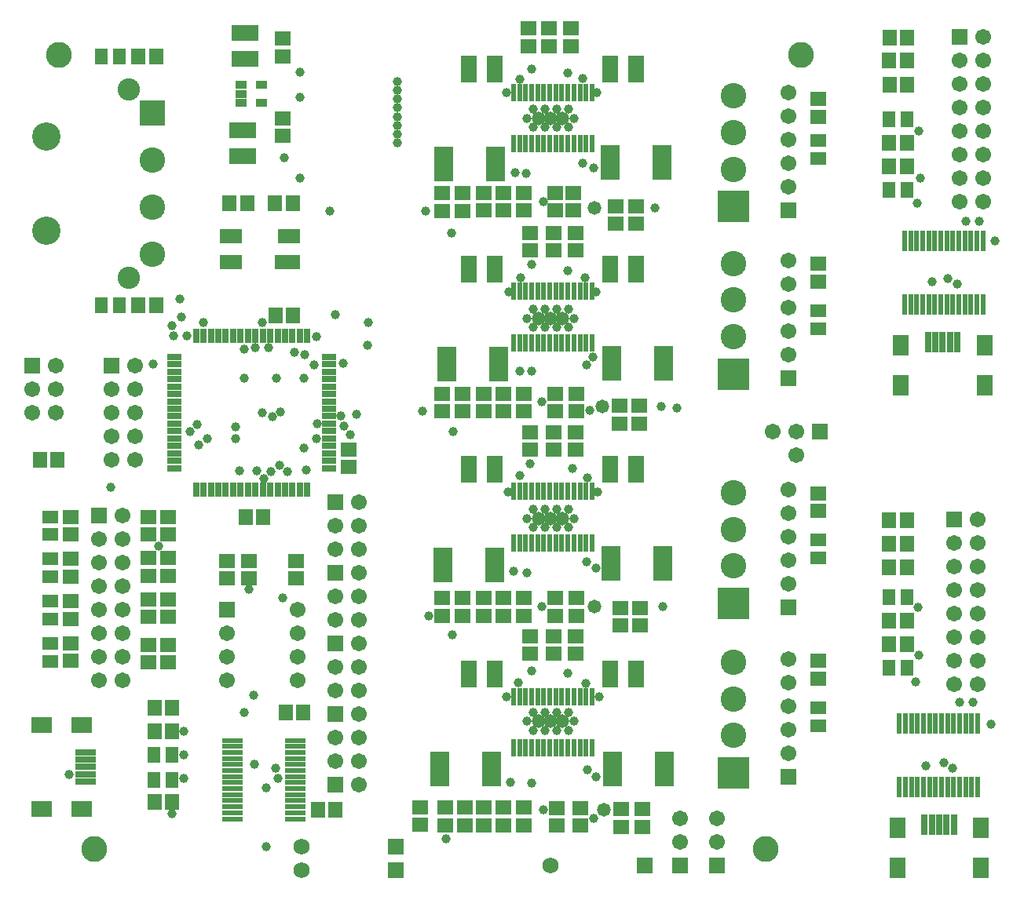
<source format=gbr>
G04 DipTrace 2.1.0.0*
%INTop Mask.gbr*%
%MOIN*%
%ADD10C,0.01*%
%ADD11C,0.006*%
%ADD12C,0.003*%
%ADD13C,0.016*%
%ADD14C,0.008*%
%ADD15C,0.039*%
%ADD16C,0.012*%
%ADD17C,0.02*%
%ADD18C,0.06*%
%ADD19C,0.15*%
%ADD20C,0.05*%
%ADD21C,0.125*%
%ADD22C,0.1*%
%ADD23C,0.025*%
%ADD24C,0.013*%
%ADD25R,0.1063X0.063*%
%ADD26R,0.0591X0.0512*%
%ADD27R,0.0512X0.0591*%
%ADD28R,0.063X0.1063*%
%ADD29R,0.05X0.06*%
%ADD30R,0.06X0.05*%
%ADD31R,0.1X0.1*%
%ADD32R,0.0591X0.0591*%
%ADD33C,0.0591*%
%ADD34R,0.0827X0.0197*%
%ADD35R,0.0827X0.0591*%
%ADD36R,0.125X0.125*%
%ADD37C,0.1*%
%ADD38R,0.06X0.06*%
%ADD39R,0.071X0.14*%
%ADD40R,0.0551X0.0177*%
%ADD41R,0.0177X0.0551*%
%ADD42R,0.04X0.025*%
%ADD43R,0.012X0.065*%
%ADD44R,0.0827X0.0157*%
%ADD45R,0.09X0.056*%
%ADD46R,0.1X0.056*%
%ADD47R,0.0197X0.0827*%
%ADD48R,0.0591X0.0827*%
%ADD49R,0.0157X0.0827*%
%ADD50C,0.031*%
%ADD51C,0.019*%
%ADD52C,0.035*%
%ADD53C,0.095*%
%ADD54C,0.12*%
%ADD55C,0.11*%
%ADD56C,0.067*%
%ADD57C,0.0354*%
%ADD58C,0.063*%
%ADD59C,0.038*%
%ADD60C,0.023*%
%ADD61C,0.058*%
%ADD62C,0.042*%
%ADD63R,0.0237X0.0907*%
%ADD64R,0.0077X0.0747*%
%ADD65R,0.0671X0.0907*%
%ADD66R,0.0511X0.0747*%
%ADD67R,0.0277X0.0907*%
%ADD68R,0.0117X0.0747*%
%ADD69R,0.108X0.064*%
%ADD70R,0.092X0.048*%
%ADD71R,0.098X0.064*%
%ADD72R,0.082X0.048*%
%ADD73R,0.0907X0.0237*%
%ADD74R,0.0747X0.0077*%
%ADD75R,0.02X0.073*%
%ADD76R,0.004X0.057*%
%ADD77R,0.048X0.033*%
%ADD78R,0.032X0.017*%
%ADD79R,0.0257X0.0631*%
%ADD80R,0.0097X0.0471*%
%ADD81R,0.0631X0.0257*%
%ADD82R,0.0471X0.0097*%
%ADD83R,0.079X0.148*%
%ADD84R,0.063X0.132*%
%ADD85R,0.068X0.068*%
%ADD86R,0.052X0.052*%
%ADD87C,0.068*%
%ADD88C,0.052*%
%ADD89C,0.108*%
%ADD90C,0.092*%
%ADD91R,0.133X0.133*%
%ADD92R,0.117X0.117*%
%ADD93R,0.0907X0.0671*%
%ADD94R,0.0747X0.0511*%
%ADD95R,0.0907X0.0277*%
%ADD96R,0.0747X0.0117*%
%ADD97C,0.0671*%
%ADD98C,0.0511*%
%ADD99R,0.0671X0.0671*%
%ADD100R,0.0511X0.0511*%
%ADD101C,0.108*%
%ADD102C,0.092*%
%ADD103R,0.108X0.108*%
%ADD104R,0.092X0.092*%
%ADD105R,0.068X0.058*%
%ADD106R,0.052X0.042*%
%ADD107R,0.058X0.068*%
%ADD108R,0.042X0.052*%
%ADD109R,0.071X0.1143*%
%ADD110R,0.055X0.0983*%
%ADD111R,0.0592X0.0671*%
%ADD112R,0.0432X0.0511*%
%ADD113R,0.0671X0.0592*%
%ADD114R,0.0511X0.0432*%
%ADD115R,0.1143X0.071*%
%ADD116R,0.0983X0.055*%
%ADD117C,0.0062*%
%ADD118C,0.0124*%
%ADD119C,0.0077*%
%FSLAX44Y44*%
%SFA1B1*%
%OFA0B0*%
G04*
G70*
G90*
G75*
G01*
%LNTopMask*%
%LPD*%
D15*
X11065Y29315D3*
X20315Y37065D3*
X15503Y35315D3*
X10190Y18815D3*
X6378Y9127D3*
X14003Y17002D3*
X10190Y18815D3*
X28480Y24580D3*
X32190Y24690D3*
X24960Y38090D3*
X25040Y29630D3*
X28753D3*
X25040D3*
X28815Y21127D3*
X25003D3*
X28878Y12433D3*
X24940D3*
X28815Y21127D3*
X28780Y38090D3*
X24960D3*
X12253Y23377D3*
X14753Y6065D3*
Y8565D3*
X8128Y21315D3*
X14753Y8565D3*
Y6065D3*
X26503Y33440D3*
D61*
X28690Y33190D3*
D15*
X31252D3*
X26440Y24940D3*
D61*
X29003Y24752D3*
D15*
X31503D3*
X26503Y7627D3*
D61*
X29065D3*
D15*
X26440Y16252D3*
D61*
X28690D3*
D15*
X31565D3*
X25775Y34665D3*
X26014Y39076D3*
X11503Y23690D3*
X11815Y24002D3*
X11878Y23127D3*
X25815Y17690D3*
X13815Y27190D3*
X14270Y27250D3*
X26014Y30794D3*
X45690Y31779D3*
X26014Y26246D3*
X13815Y11752D3*
X14253Y9550D3*
X26014Y8746D3*
X25940Y22315D3*
X15128Y9377D3*
X11260Y9970D3*
X15260Y8950D3*
X11253Y8940D3*
X13810Y25940D3*
X14340Y22010D3*
X16350Y22980D3*
X13626Y22010D3*
X28190Y38690D3*
X25510Y38670D3*
X28270Y30220D3*
X25540D3*
X28390Y21720D3*
X25502Y21815D3*
X28315Y13002D3*
X25460Y13020D3*
X16350Y25940D3*
X15180D3*
X10751Y7440D3*
X11253Y10940D3*
X14220Y12502D3*
X25510Y38670D3*
X28628Y7252D3*
X21508Y33065D3*
X17440D3*
X22378Y6377D3*
X25460Y13020D3*
X21660Y15840D3*
X21390Y24540D3*
X18565Y24435D3*
X44065Y29940D3*
X42378Y33377D3*
X43690Y30190D3*
X42440Y36440D3*
X45503Y11252D3*
X26014Y13514D3*
X43878Y9377D3*
X42315Y13065D3*
X43503Y9627D3*
X42399Y16211D3*
X44753Y12190D3*
X45003Y32627D3*
X42503Y34440D3*
X44440Y32627D3*
X43003Y30065D3*
X42431Y14190D3*
X44176Y12190D3*
X42753Y9502D3*
X27540Y38910D3*
X11128Y28565D3*
X25315Y34690D3*
X12065Y28315D3*
X10753Y28190D3*
X16190Y34440D3*
Y37877D3*
Y38940D3*
X28628Y34877D3*
X11378Y27752D3*
X28190Y35080D3*
X10815Y27752D3*
X13440Y23877D3*
Y23378D3*
X27549Y13429D3*
X14628Y21690D3*
X25110Y8780D3*
X14940Y22002D3*
X22628Y15065D3*
X15315Y22252D3*
X28750Y9020D3*
X15628Y22002D3*
X28390Y9320D3*
X16440Y22065D3*
X15440Y16627D3*
X27740Y22130D3*
X18315Y23565D3*
X25253Y17752D3*
X16880Y23390D3*
X22690Y23690D3*
X18060Y23920D3*
X28753Y17878D3*
X16910Y24020D3*
X28342Y18162D3*
X17920Y24360D3*
X15346Y24534D3*
X15003Y24315D3*
X14590Y24480D3*
X27550Y30510D3*
X18000Y26600D3*
X25500Y26250D3*
X16787Y26530D3*
X22626Y32125D3*
X17680Y28660D3*
X28620Y26860D3*
X16880Y27710D3*
X28350Y26530D3*
X16378Y26940D3*
X9940Y26565D3*
X15940Y27065D3*
X14850Y27250D3*
X19060Y27350D3*
X14580Y28315D3*
X19065D3*
D61*
X26815Y37000D3*
X27315D3*
D15*
X27815D3*
D61*
X26815Y28500D3*
X26315Y37000D3*
D15*
X25815D3*
D61*
X27315Y28500D3*
D15*
X26565Y37375D3*
X27065D3*
X27565D3*
X27815Y28500D3*
X26065Y37375D3*
D61*
X26315Y28500D3*
D15*
X25815D3*
X26065Y36625D3*
X26565D3*
X27065D3*
X27565D3*
X27065Y28875D3*
X27565D3*
X26565D3*
X26065D3*
X26565Y28125D3*
X27065D3*
X27565D3*
X26065D3*
D61*
X26815Y20000D3*
X27315D3*
D15*
X27815D3*
D61*
X26315D3*
D15*
X25815D3*
X27065Y20375D3*
X27565D3*
X26565D3*
X26065D3*
Y19625D3*
X26565D3*
X27065D3*
X27565D3*
D61*
X26815Y11375D3*
X27315D3*
D15*
X27815D3*
D61*
X26315D3*
D15*
X25815D3*
X26565Y11750D3*
X27065D3*
X27565D3*
X26065D3*
X26565Y11000D3*
X27065D3*
X27565D3*
X26065D3*
X20315Y37440D3*
Y37815D3*
Y38190D3*
Y38565D3*
Y36690D3*
Y36315D3*
Y35940D3*
D115*
X13753Y35377D3*
Y36480D3*
X13851Y39511D3*
Y40613D3*
D113*
X15438Y36998D3*
Y36250D3*
D111*
X14626Y20062D3*
X13877D3*
D113*
X15441Y39626D3*
Y40374D3*
X18239Y22934D3*
Y22186D3*
D111*
X15138Y28625D3*
X15886D3*
X13189Y33374D3*
X13937D3*
X15874D3*
X15126D3*
X16941Y7627D3*
X17689D3*
X15566Y11751D3*
X16314D3*
X10002Y11939D3*
X10750D3*
D113*
X16000Y17446D3*
Y18194D3*
D109*
X24441Y39090D3*
X23339D3*
X29339D3*
X30441D3*
D113*
X27693Y40066D3*
Y40814D3*
X26747Y40066D3*
Y40814D3*
X25875D3*
Y40066D3*
X23965Y33078D3*
Y33827D3*
X25692Y33078D3*
Y33827D3*
X27778Y33078D3*
Y33827D3*
D109*
X24441Y30590D3*
X23339D3*
X29339D3*
X30441D3*
D113*
X27880Y31373D3*
Y32122D3*
X26935Y31373D3*
Y32122D3*
X25937D3*
Y31373D3*
X23970Y24556D3*
Y25304D3*
X25690Y24556D3*
Y25304D3*
X27900Y24556D3*
Y25304D3*
D109*
X24441Y22090D3*
X23339D3*
X29339D3*
X30441D3*
D113*
X27880Y22911D3*
Y23659D3*
X26930Y22911D3*
Y23659D3*
X25940D3*
Y22911D3*
X23970Y15866D3*
Y16614D3*
X25690Y15866D3*
Y16614D3*
X27010Y15866D3*
Y16614D3*
D109*
X24441Y13390D3*
X23339D3*
X29339D3*
X30441D3*
D113*
X27880Y14246D3*
Y14994D3*
X26930Y14246D3*
Y14994D3*
X25940D3*
Y14246D3*
X23970Y6966D3*
Y7714D3*
X25690Y6966D3*
Y7714D3*
X27065Y6940D3*
Y7688D3*
D107*
X7750Y29063D3*
X8510D3*
X7750Y39620D3*
X8510D3*
X9993Y8877D3*
X10753D3*
X9993Y9940D3*
X10753D3*
D105*
X5565Y19310D3*
Y20070D3*
Y17525D3*
Y18285D3*
Y15720D3*
Y16480D3*
Y13935D3*
Y14695D3*
X38190Y35305D3*
Y36065D3*
Y28065D3*
Y28825D3*
Y18315D3*
Y19075D3*
Y11190D3*
Y11950D3*
D103*
X9898Y37221D3*
D101*
Y35221D3*
Y33221D3*
Y31221D3*
D53*
X8898Y38221D3*
Y30221D3*
D54*
X5398Y36221D3*
Y32221D3*
D99*
X4815Y26502D3*
D97*
X5815Y25502D3*
Y24502D3*
Y26502D3*
X4815Y25502D3*
Y24502D3*
D99*
X8190Y26502D3*
D97*
X9190D3*
X8190Y25502D3*
X9190D3*
X8190Y24502D3*
X9190D3*
X8190Y23502D3*
X9190D3*
X8190Y22502D3*
X9190D3*
D95*
X7065Y10065D3*
Y9752D3*
Y9440D3*
Y9127D3*
Y8815D3*
D93*
X6908Y7668D3*
X5215D3*
X6908Y11212D3*
X5215D3*
D99*
X32315Y5253D3*
D97*
Y6253D3*
Y7253D3*
D99*
X33874Y5252D3*
D97*
Y6252D3*
Y7252D3*
D99*
X17690Y20690D3*
D97*
X18690Y19690D3*
Y18690D3*
Y20690D3*
X17690Y19690D3*
Y18690D3*
D99*
Y17690D3*
D97*
X18690Y16690D3*
Y15690D3*
Y17690D3*
X17690Y16690D3*
Y15690D3*
D99*
Y14690D3*
D97*
X18690Y13690D3*
Y12690D3*
Y14690D3*
X17690Y13690D3*
Y12690D3*
D99*
Y11690D3*
D97*
X18690Y10690D3*
Y9690D3*
Y11690D3*
X17690Y10690D3*
Y9690D3*
D99*
Y8690D3*
D97*
X18690D3*
D99*
X7628Y20127D3*
D97*
X8628D3*
X7628Y19127D3*
X8628D3*
X7628Y18127D3*
X8628D3*
X7628Y17127D3*
X8628D3*
X7628Y16127D3*
X8628D3*
X7628Y15127D3*
X8628D3*
X7628Y14127D3*
X8628D3*
X7628Y13127D3*
X8628D3*
D91*
X34568Y33248D3*
D89*
Y34838D3*
Y36398D3*
Y37958D3*
D99*
X36900Y33090D3*
D97*
Y34090D3*
Y35090D3*
Y36090D3*
Y37090D3*
Y38090D3*
D91*
X34565Y26125D3*
D89*
Y27715D3*
Y29275D3*
Y30835D3*
D99*
X36900Y25965D3*
D97*
Y26965D3*
Y27965D3*
Y28965D3*
Y29965D3*
Y30965D3*
D91*
X34570Y16383D3*
D89*
Y17973D3*
Y19533D3*
Y21093D3*
D99*
X36900Y16225D3*
D97*
Y17225D3*
Y18225D3*
Y19225D3*
Y20225D3*
Y21225D3*
D91*
X34570Y9188D3*
D89*
Y10778D3*
Y12338D3*
Y13898D3*
D99*
X36900Y9030D3*
D97*
Y10030D3*
Y11030D3*
Y12030D3*
Y13030D3*
Y14030D3*
D99*
X38238Y23685D3*
D97*
X37238D3*
X36238D3*
X37238Y22685D3*
D111*
X9315Y29062D3*
X10063D3*
X9316Y39620D3*
X10064D3*
X5877Y22502D3*
X5129D3*
D113*
X13065Y18190D3*
Y17442D3*
X14003D3*
Y18190D3*
D111*
X10751Y7940D3*
X10003D3*
X10751Y10940D3*
X10003D3*
D113*
X21267Y7738D3*
Y6990D3*
D87*
X16253Y6065D3*
D85*
X20253D3*
D87*
X16253Y5065D3*
D85*
X20253D3*
D87*
X26815Y5253D3*
D85*
X30815D3*
D113*
X9753Y20065D3*
Y19317D3*
X10566Y20064D3*
Y19316D3*
X9753Y18314D3*
Y17566D3*
X10566Y18314D3*
Y17566D3*
X9753Y16564D3*
Y15816D3*
X10566Y16564D3*
Y15816D3*
X9753Y14627D3*
Y13878D3*
X10566Y14627D3*
Y13878D3*
X6440Y20064D3*
Y19316D3*
Y18279D3*
Y17531D3*
Y16474D3*
Y15726D3*
Y14689D3*
Y13941D3*
D83*
X22275Y35050D3*
X24475D3*
X31545Y35135D3*
X29345D3*
D113*
X22210Y33808D3*
Y33060D3*
X23070Y33818D3*
Y33070D3*
X24808Y33827D3*
Y33078D3*
X27015Y33827D3*
Y33078D3*
X29582Y33257D3*
Y32509D3*
X30432Y33266D3*
Y32517D3*
D83*
X22410Y26550D3*
X24610D3*
X31600Y26590D3*
X29400D3*
D113*
X22210Y25304D3*
Y24556D3*
X23070Y25304D3*
Y24556D3*
X24810Y25304D3*
Y24556D3*
X27010Y25304D3*
Y24556D3*
X29743Y24784D3*
Y24036D3*
X30580Y24784D3*
Y24036D3*
D83*
X22230Y18030D3*
X24430D3*
X31580Y18080D3*
X29380D3*
D113*
X22210Y16614D3*
Y15866D3*
X23070Y16614D3*
Y15866D3*
X24810Y16614D3*
Y15866D3*
X27900Y16614D3*
Y15866D3*
X29767Y16194D3*
Y15446D3*
X30617Y16194D3*
Y15446D3*
D83*
X22120Y9350D3*
X24320D3*
X31630Y9370D3*
X29430D3*
D113*
X22330Y7714D3*
Y6966D3*
X23180Y7714D3*
Y6966D3*
X24810Y7714D3*
Y6966D3*
X28065Y7690D3*
Y6942D3*
X29820Y7652D3*
Y6903D3*
X30710Y7652D3*
Y6903D3*
X38190Y37065D3*
Y37813D3*
Y30065D3*
Y30813D3*
Y20317D3*
Y21065D3*
Y13192D3*
Y13940D3*
D81*
X10860Y26862D3*
Y26547D3*
Y26232D3*
Y25917D3*
Y25602D3*
Y25287D3*
Y24972D3*
Y24657D3*
Y24343D3*
Y24028D3*
Y23713D3*
Y23398D3*
Y23083D3*
Y22768D3*
Y22453D3*
Y22138D3*
D79*
X11765Y21232D3*
X12080D3*
X12395D3*
X12710D3*
X13025D3*
X13340D3*
X13655D3*
X13970D3*
X14285D3*
X14600D3*
X14915D3*
X15230D3*
X15545D3*
X15860D3*
X16175D3*
X16490D3*
D81*
X17395Y22138D3*
Y22453D3*
Y22768D3*
Y23083D3*
Y23398D3*
Y23713D3*
Y24028D3*
Y24343D3*
Y24657D3*
Y24972D3*
Y25287D3*
Y25602D3*
Y25917D3*
Y26232D3*
Y26547D3*
Y26862D3*
D79*
X16490Y27768D3*
X16175D3*
X15860D3*
X15545D3*
X15230D3*
X14915D3*
X14600D3*
X14285D3*
X13970D3*
X13655D3*
X13340D3*
X13025D3*
X12710D3*
X12395D3*
X12080D3*
X11765D3*
D77*
X13684Y38410D3*
Y38032D3*
X14547Y38409D3*
X13684Y37647D3*
X14550Y37651D3*
D99*
X13065Y16127D3*
D97*
Y15127D3*
Y14127D3*
Y13127D3*
X16065D3*
Y14127D3*
Y15127D3*
Y16127D3*
D75*
X25250Y35910D3*
X25500D3*
X25758Y35907D3*
X26014D3*
X26270D3*
X26526D3*
X26782D3*
X27037D3*
X27293D3*
X27549D3*
X27805D3*
X28061D3*
X28317D3*
X28573D3*
Y38093D3*
X28317D3*
X28061D3*
X27805D3*
X27549D3*
X27290Y38090D3*
X27037Y38093D3*
X26782D3*
X26526D3*
X26270D3*
X26014D3*
X25758D3*
X25502D3*
X25250Y38090D3*
Y27460D3*
X25500D3*
X25758Y27457D3*
X26014D3*
X26270D3*
X26526D3*
X26782D3*
X27037D3*
X27293D3*
X27549D3*
X27805D3*
X28061D3*
X28317D3*
X28573D3*
Y29643D3*
X28317D3*
X28061D3*
X27805D3*
X27549D3*
X27290Y29640D3*
X27037Y29643D3*
X26782D3*
X26526D3*
X26270D3*
X26014D3*
X25758D3*
X25502D3*
X25250Y29640D3*
Y18960D3*
X25500D3*
X25758Y18957D3*
X26014D3*
X26270D3*
X26526D3*
X26782D3*
X27037D3*
X27293D3*
X27549D3*
X27805D3*
X28061D3*
X28317D3*
X28573D3*
Y21143D3*
X28317D3*
X28061D3*
X27805D3*
X27549D3*
X27290Y21140D3*
X27037Y21143D3*
X26782D3*
X26526D3*
X26270D3*
X26014D3*
X25758D3*
X25502D3*
X25250Y21140D3*
Y10250D3*
X25500D3*
X25758Y10247D3*
X26014D3*
X26270D3*
X26526D3*
X26782D3*
X27037D3*
X27293D3*
X27549D3*
X27805D3*
X28061D3*
X28317D3*
X28573D3*
Y12433D3*
X28317D3*
X28061D3*
X27805D3*
X27549D3*
X27290Y12430D3*
X27037Y12433D3*
X26782D3*
X26526D3*
X26270D3*
X26014D3*
X25758D3*
X25502D3*
X25250Y12430D3*
D73*
X13315Y10565D3*
Y10309D3*
Y10053D3*
Y9797D3*
Y9541D3*
Y9285D3*
Y9030D3*
Y8774D3*
Y8518D3*
Y8262D3*
Y8006D3*
Y7750D3*
Y7494D3*
Y7238D3*
X15992D3*
Y7494D3*
Y7750D3*
Y8006D3*
Y8262D3*
Y8518D3*
Y8774D3*
Y9030D3*
Y9285D3*
Y9541D3*
Y9797D3*
Y10053D3*
Y10309D3*
Y10565D3*
D71*
X13252Y30875D3*
X13232Y31997D3*
X15712Y32000D3*
D69*
X15629Y30897D3*
D111*
X41200Y40410D3*
X41948D3*
X41190Y39440D3*
X41938D3*
X41200Y38410D3*
X41948D3*
D107*
X41192Y36940D3*
X41952D3*
X41192Y33940D3*
X41952D3*
D67*
X42835Y27503D3*
X43148D3*
X43460D3*
X43773D3*
X44085D3*
D65*
X45232Y27346D3*
Y25653D3*
X41688Y27346D3*
Y25653D3*
D99*
X44190Y40440D3*
D97*
X45190D3*
X44190Y39440D3*
X45190D3*
X44190Y38440D3*
X45190D3*
X44190Y37440D3*
X45190D3*
X44190Y36440D3*
X45190D3*
X44190Y35440D3*
X45190D3*
X44190Y34440D3*
X45190D3*
X44190Y33440D3*
X45190D3*
D111*
X41190Y19910D3*
X41938D3*
X41190Y18910D3*
X41938D3*
X41940Y35940D3*
X41192D3*
X41940Y34940D3*
X41192D3*
D63*
X45166Y31779D3*
X44910D3*
X44654D3*
X44398D3*
X44142D3*
X43886D3*
X43630D3*
X43375D3*
X43119D3*
X42863D3*
X42607D3*
X42351D3*
X42095D3*
X41839D3*
Y29101D3*
X42095D3*
X42351D3*
X42607D3*
X42863D3*
X43119D3*
X43375D3*
X43630D3*
X43886D3*
X44142D3*
X44398D3*
X44654D3*
X44910D3*
X45166D3*
D111*
X41190Y17910D3*
X41938D3*
D107*
X41190Y16660D3*
X41950D3*
X41190Y13660D3*
X41950D3*
D67*
X42685Y7003D3*
X42998D3*
X43310D3*
X43623D3*
X43935D3*
D65*
X45082Y6846D3*
Y5153D3*
X41538Y6846D3*
Y5153D3*
D99*
X43940Y19940D3*
D97*
X44940D3*
X43940Y18940D3*
X44940D3*
X43940Y17940D3*
X44940D3*
X43940Y16940D3*
X44940D3*
X43940Y15940D3*
X44940D3*
X43940Y14940D3*
X44940D3*
X43940Y13940D3*
X44940D3*
X43940Y12940D3*
X44940D3*
D111*
X41938Y15660D3*
X41190D3*
X41938Y14660D3*
X41190D3*
D63*
X44943Y11279D3*
X44687D3*
X44432D3*
X44176D3*
X43920D3*
X43664D3*
X43408D3*
X43152D3*
X42896D3*
X42640D3*
X42384D3*
X42128D3*
X41873D3*
X41617D3*
Y8601D3*
X41873D3*
X42128D3*
X42384D3*
X42640D3*
X42896D3*
X43152D3*
X43408D3*
X43664D3*
X43920D3*
X44176D3*
X44432D3*
X44687D3*
X44943D3*
D55*
X5940Y39690D3*
X35940Y5940D3*
X7440D3*
X37440Y39690D3*
M02*

</source>
